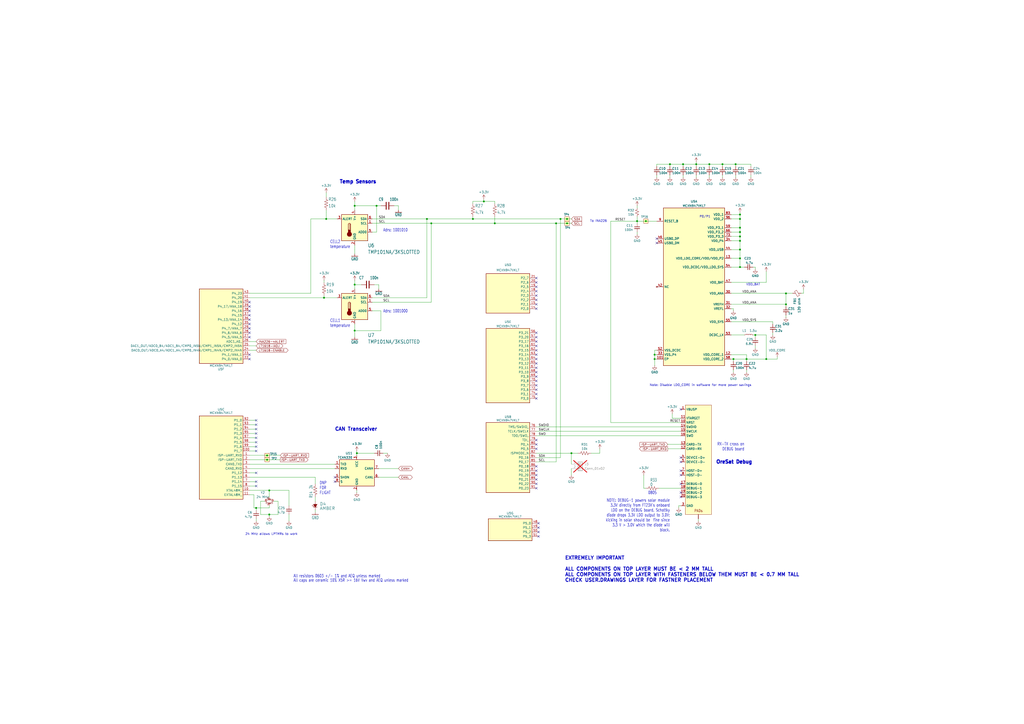
<source format=kicad_sch>
(kicad_sch (version 20250114) (generator "eeschema") (generator_version "9.0")
  (paper "A2")
  (text "OreSat Debug" (at 415.29 269.24 0) (effects (font (size 2 2) (thickness 0.6477) (bold yes)) (justify left bottom)))
  (text "0805" (at 375.92 287.02 0) (effects (font (size 1.778 1.27)) (justify left bottom)))
  (text "RX-TX cross on\nDEBUG board" (at 431.8 261.62 0) (effects (font (size 1.778 1.27)) (justify right bottom)))
  (text "CELL2\ntemperature" (at 191.516 144.272 0) (effects (font (size 1.778 1.27)) (justify left bottom)))
  (text "Adrs: 1001010" (at 222.25 134.62 0) (effects (font (size 1.778 1.27)) (justify left bottom)))
  (text "Note: Disable LDO_CORE in software for more power savings" (at 406.4 223.52 0) (effects (font (size 1.27 1.27))))
  (text "All resistors 0603 +/- 1% and AEQ unless marked" (at 170.18 335.28 0) (effects (font (size 1.778 1.27)) (justify left bottom)))
  (text " To INA226" (at 346.71 128.27 0) (effects (font (size 1.27 1.27))))
  (text "DNP\nFOR\nFLIGHT" (at 185.42 287.02 0) (effects (font (size 1.778 1.27)) (justify left bottom)))
  (text "VDD_BAT" (at 436.88 165.1 0) (effects (font (size 1.27 1.27))))
  (text "CAN Transceiver" (at 218.948 250.19 0) (effects (font (size 2 2) (thickness 0.4318) (bold yes)) (justify right bottom)))
  (text "All caps are ceramic 10% X5R >= 16V Vwv and AEQ unless marked" (at 170.18 337.82 0) (effects (font (size 1.778 1.27)) (justify left bottom)))
  (text "24 MHz allows LPTMRs to work" (at 157.48 309.88 0) (effects (font (size 1.27 1.27))))
  (text "NOTE: DEBUG-1 powers solar module\n3.3V directly from FT23X's onboard\nLDO on the DEBUG board. Schottky\ndiode drops 3.3V LDO output to 3.0V;\nkicking in solar should be  fine since\n3.3 V > 3.0V which the diode will\nblock." (at 388.62 308.61 0) (effects (font (size 1.778 1.27)) (justify right bottom)))
  (text "CELL1\ntemperature" (at 191.516 189.992 0) (effects (font (size 1.778 1.27)) (justify left bottom)))
  (text "P0/P1" (at 408.94 125.73 0) (effects (font (size 1.27 1.27))))
  (text "Temp Sensors" (at 196.85 106.68 0) (effects (font (size 2 2) (thickness 0.6477) (bold yes)) (justify left bottom)))
  (text "EXTREMELY IMPORTANT\n\nALL COMPONENTS ON TOP LAYER MUST BE < 2 MM TALL\nALL COMPONENTS ON TOP LAYER WITH FASTENERS BELOW THEM MUST BE < 0.7 MM TALL\nCHECK USER.DRAWINGS LAYER FOR FASTNER PLACEMENT\n" (at 327.66 337.82 0) (effects (font (size 2 2) (thickness 0.4) (bold yes)) (justify left bottom)))
  (text "Adrs: 1001000" (at 222.25 181.61 0) (effects (font (size 1.778 1.27)) (justify left bottom)))
  (junction (at 429.26 132.08))
  (junction (at 218.44 119.38))
  (junction (at 455.93 176.53))
  (junction (at 250.19 129.54))
  (junction (at 331.47 262.89))
  (junction (at 379.73 205.74))
  (junction (at 205.74 165.1))
  (junction (at 429.26 134.62))
  (junction (at 205.74 119.38))
  (junction (at 433.07 208.28))
  (junction (at 429.26 154.94))
  (junction (at 429.26 139.7))
  (junction (at 328.93 129.54))
  (junction (at 455.93 170.18))
  (junction (at 287.02 129.54))
  (junction (at 429.26 137.16))
  (junction (at 247.65 127))
  (junction (at 444.5 208.28))
  (junction (at 187.96 172.72))
  (junction (at 207.01 262.89))
  (junction (at 205.74 191.77))
  (junction (at 154.94 264.16))
  (junction (at 429.26 127))
  (junction (at 429.26 124.46))
  (junction (at 328.93 127))
  (junction (at 429.26 144.78))
  (junction (at 148.59 294.64))
  (junction (at 280.67 116.84))
  (junction (at 396.24 95.25))
  (junction (at 419.1 95.25))
  (junction (at 388.62 95.25))
  (junction (at 426.72 95.25))
  (junction (at 374.65 128.27))
  (junction (at 156.21 298.45))
  (junction (at 411.48 95.25))
  (junction (at 325.12 127))
  (junction (at 438.15 194.31))
  (junction (at 274.32 127))
  (junction (at 429.26 149.86))
  (junction (at 379.73 208.28))
  (junction (at 189.23 127))
  (junction (at 425.45 208.28))
  (junction (at 154.94 266.7))
  (junction (at 156.21 284.48))
  (junction (at 369.57 128.27))
  (junction (at 322.58 129.54))
  (junction (at 403.86 95.25))
  (no_connect (at 311.15 270.51))
  (no_connect (at 311.15 260.35))
  (no_connect (at 311.15 163.83))
  (no_connect (at 394.97 288.29))
  (no_connect (at 148.59 261.62))
  (no_connect (at 311.15 171.45))
  (no_connect (at 311.15 161.29))
  (no_connect (at 144.78 177.8))
  (no_connect (at 381 138.43))
  (no_connect (at 148.59 281.94))
  (no_connect (at 394.97 267.97))
  (no_connect (at 394.97 273.05))
  (no_connect (at 311.15 176.53))
  (no_connect (at 394.97 285.75))
  (no_connect (at 312.42 303.53))
  (no_connect (at 144.78 185.42))
  (no_connect (at 311.15 218.44))
  (no_connect (at 194.31 276.86))
  (no_connect (at 144.78 175.26))
  (no_connect (at 312.42 311.15))
  (no_connect (at 311.15 231.14))
  (no_connect (at 311.15 228.6))
  (no_connect (at 311.15 278.13))
  (no_connect (at 311.15 273.05))
  (no_connect (at 311.15 173.99))
  (no_connect (at 311.15 198.12))
  (no_connect (at 394.97 237.49))
  (no_connect (at 311.15 208.28))
  (no_connect (at 311.15 257.81))
  (no_connect (at 311.15 223.52))
  (no_connect (at 144.78 187.96))
  (no_connect (at 311.15 283.21))
  (no_connect (at 311.15 255.27))
  (no_connect (at 381 140.97))
  (no_connect (at 144.78 190.5))
  (no_connect (at 311.15 226.06))
  (no_connect (at 144.78 195.58))
  (no_connect (at 148.59 243.84))
  (no_connect (at 311.15 195.58))
  (no_connect (at 311.15 205.74))
  (no_connect (at 194.31 279.4))
  (no_connect (at 311.15 215.9))
  (no_connect (at 148.59 248.92))
  (no_connect (at 144.78 205.74))
  (no_connect (at 148.59 256.54))
  (no_connect (at 148.59 259.08))
  (no_connect (at 394.97 275.59))
  (no_connect (at 311.15 275.59))
  (no_connect (at 311.15 193.04))
  (no_connect (at 148.59 254))
  (no_connect (at 312.42 308.61))
  (no_connect (at 311.15 213.36))
  (no_connect (at 311.15 220.98))
  (no_connect (at 148.59 251.46))
  (no_connect (at 311.15 210.82))
  (no_connect (at 311.15 166.37))
  (no_connect (at 144.78 208.28))
  (no_connect (at 148.59 246.38))
  (no_connect (at 148.59 279.4))
  (no_connect (at 311.15 200.66))
  (no_connect (at 311.15 203.2))
  (no_connect (at 311.15 179.07))
  (no_connect (at 394.97 280.67))
  (no_connect (at 311.15 168.91))
  (no_connect (at 311.15 280.67))
  (no_connect (at 394.97 265.43))
  (no_connect (at 148.59 274.32))
  (no_connect (at 144.78 182.88))
  (no_connect (at 144.78 193.04))
  (no_connect (at 312.42 306.07))
  (no_connect (at 144.78 180.34))
  (wire (pts (xy 429.26 132.08) (xy 429.26 134.62)))
  (wire (pts (xy 189.23 127) (xy 195.58 127)) (stroke (width 0.1524)))
  (wire (pts (xy 144.78 256.54) (xy 148.59 256.54)))
  (wire (pts (xy 182.88 288.29) (xy 182.88 290.83)) (stroke (width 0.1524)))
  (wire (pts (xy 194.31 269.24) (xy 144.78 269.24)))
  (wire (pts (xy 411.48 101.6) (xy 411.48 102.87)))
  (wire (pts (xy 444.5 194.31) (xy 444.5 208.28)))
  (wire (pts (xy 311.15 267.97) (xy 318.77 267.97)))
  (wire (pts (xy 331.47 262.89) (xy 331.47 269.24)))
  (wire (pts (xy 438.15 156.21) (xy 438.15 154.94)))
  (wire (pts (xy 382.27 283.21) (xy 394.97 283.21)))
  (wire (pts (xy 154.94 266.7) (xy 162.56 266.7)))
  (wire (pts (xy 438.15 194.31) (xy 444.5 194.31)))
  (wire (pts (xy 448.31 193.04) (xy 448.31 194.31)))
  (wire (pts (xy 429.26 127) (xy 429.26 132.08)))
  (wire (pts (xy 388.62 95.25) (xy 396.24 95.25)))
  (wire (pts (xy 459.74 170.18) (xy 455.93 170.18)))
  (wire (pts (xy 205.74 165.1) (xy 205.74 167.64)) (stroke (width 0.1524)))
  (wire (pts (xy 218.44 134.62) (xy 218.44 119.38)) (stroke (width 0.1524)))
  (wire (pts (xy 147.32 287.02) (xy 144.78 287.02)))
  (wire (pts (xy 429.26 144.78) (xy 429.26 149.86)))
  (wire (pts (xy 405.13 302.26) (xy 405.13 300.99)))
  (wire (pts (xy 287.02 118.11) (xy 287.02 116.84)))
  (wire (pts (xy 419.1 95.25) (xy 419.1 96.52)))
  (wire (pts (xy 455.93 170.18) (xy 455.93 176.53)))
  (wire (pts (xy 429.26 123.19) (xy 429.26 124.46)))
  (wire (pts (xy 328.93 129.54) (xy 331.47 129.54)) (stroke (width 0.1524)))
  (wire (pts (xy 311.15 250.19) (xy 394.97 250.19)))
  (wire (pts (xy 215.9 134.62) (xy 218.44 134.62)) (stroke (width 0.1524)))
  (wire (pts (xy 328.93 127) (xy 331.47 127)) (stroke (width 0.1524)))
  (wire (pts (xy 205.74 116.84) (xy 205.74 119.38)) (stroke (width 0.1524)))
  (wire (pts (xy 144.78 281.94) (xy 148.59 281.94)))
  (wire (pts (xy 205.74 144.78) (xy 205.74 147.32)))
  (wire (pts (xy 369.57 125.73) (xy 369.57 128.27)))
  (wire (pts (xy 393.7 293.37) (xy 393.7 294.64)))
  (wire (pts (xy 369.57 134.62) (xy 369.57 135.89)))
  (wire (pts (xy 419.1 101.6) (xy 419.1 102.87)))
  (wire (pts (xy 369.57 128.27) (xy 369.57 129.54)))
  (wire (pts (xy 424.18 208.28) (xy 425.45 208.28)))
  (wire (pts (xy 396.24 95.25) (xy 396.24 96.52)))
  (wire (pts (xy 144.78 248.92) (xy 148.59 248.92)))
  (wire (pts (xy 205.74 162.56) (xy 205.74 165.1)) (stroke (width 0.1524)))
  (wire (pts (xy 369.57 119.38) (xy 369.57 120.65)))
  (wire (pts (xy 429.26 134.62) (xy 424.18 134.62)))
  (wire (pts (xy 381 101.6) (xy 381 102.87)))
  (wire (pts (xy 219.71 276.86) (xy 231.14 276.86)))
  (wire (pts (xy 219.71 165.1) (xy 219.71 167.64)) (stroke (width 0.1524)))
  (wire (pts (xy 153.67 290.83) (xy 151.13 290.83)))
  (wire (pts (xy 424.18 154.94) (xy 429.26 154.94)))
  (wire (pts (xy 429.26 127) (xy 424.18 127)))
  (wire (pts (xy 151.13 290.83) (xy 151.13 298.45)))
  (wire (pts (xy 425.45 179.07) (xy 425.45 180.34)))
  (wire (pts (xy 381 95.25) (xy 381 96.52)))
  (wire (pts (xy 215.9 127) (xy 247.65 127)) (stroke (width 0.1524)))
  (wire (pts (xy 207.01 262.89) (xy 207.01 264.16)))
  (wire (pts (xy 444.5 208.28) (xy 433.07 208.28)))
  (wire (pts (xy 411.48 95.25) (xy 419.1 95.25)))
  (wire (pts (xy 388.62 95.25) (xy 388.62 96.52)))
  (wire (pts (xy 194.31 271.78) (xy 144.78 271.78)))
  (wire (pts (xy 274.32 125.73) (xy 274.32 127)))
  (wire (pts (xy 425.45 214.63) (xy 425.45 215.9)))
  (wire (pts (xy 424.18 163.83) (xy 444.5 163.83)))
  (wire (pts (xy 154.94 264.16) (xy 162.56 264.16)))
  (wire (pts (xy 433.07 214.63) (xy 433.07 215.9)))
  (wire (pts (xy 189.23 111.76) (xy 189.23 114.3)))
  (wire (pts (xy 450.85 208.28) (xy 444.5 208.28)))
  (wire (pts (xy 429.26 139.7) (xy 429.26 137.16)))
  (wire (pts (xy 429.26 137.16) (xy 429.26 134.62)))
  (wire (pts (xy 207.01 284.48) (xy 207.01 285.75)))
  (wire (pts (xy 381 95.25) (xy 388.62 95.25)))
  (wire (pts (xy 438.15 195.58) (xy 438.15 194.31)))
  (wire (pts (xy 431.8 194.31) (xy 424.18 194.31)))
  (wire (pts (xy 187.96 171.45) (xy 187.96 172.72)))
  (wire (pts (xy 429.26 124.46) (xy 424.18 124.46)))
  (wire (pts (xy 182.88 276.86) (xy 182.88 280.67)))
  (wire (pts (xy 167.64 298.45) (xy 167.64 302.26)))
  (wire (pts (xy 287.02 116.84) (xy 280.67 116.84)))
  (wire (pts (xy 425.45 208.28) (xy 433.07 208.28)))
  (wire (pts (xy 187.96 162.56) (xy 187.96 163.83)))
  (wire (pts (xy 394.97 293.37) (xy 393.7 293.37)))
  (wire (pts (xy 369.57 128.27) (xy 374.65 128.27)))
  (wire (pts (xy 311.15 262.89) (xy 331.47 262.89)))
  (wire (pts (xy 325.12 127) (xy 328.93 127)) (stroke (width 0.1524)))
  (wire (pts (xy 167.64 284.48) (xy 167.64 293.37)))
  (wire (pts (xy 426.72 95.25) (xy 426.72 96.52)))
  (wire (pts (xy 450.85 207.01) (xy 450.85 208.28)))
  (wire (pts (xy 144.78 261.62) (xy 148.59 261.62)))
  (wire (pts (xy 156.21 298.45) (xy 156.21 299.72)))
  (wire (pts (xy 438.15 154.94) (xy 436.88 154.94)))
  (wire (pts (xy 220.98 180.34) (xy 220.98 191.77)) (stroke (width 0.1524)))
  (wire (pts (xy 354.33 245.11) (xy 394.97 245.11)))
  (wire (pts (xy 205.74 144.78) (xy 205.74 142.24)) (stroke (width 0.1524)))
  (wire (pts (xy 322.58 129.54) (xy 328.93 129.54)) (stroke (width 0.1524)))
  (wire (pts (xy 429.26 144.78) (xy 424.18 144.78)))
  (wire (pts (xy 274.32 127) (xy 325.12 127)) (stroke (width 0.1524)))
  (wire (pts (xy 247.65 172.72) (xy 247.65 127)) (stroke (width 0.1524)))
  (wire (pts (xy 388.62 101.6) (xy 388.62 102.87)))
  (wire (pts (xy 148.59 294.64) (xy 147.32 294.64)))
  (wire (pts (xy 144.78 200.66) (xy 148.59 200.66)))
  (wire (pts (xy 411.48 95.25) (xy 411.48 96.52)))
  (wire (pts (xy 379.73 208.28) (xy 379.73 212.09)))
  (wire (pts (xy 466.09 170.18) (xy 464.82 170.18)))
  (wire (pts (xy 287.02 125.73) (xy 287.02 129.54)))
  (wire (pts (xy 424.18 132.08) (xy 429.26 132.08)))
  (wire (pts (xy 151.13 298.45) (xy 156.21 298.45)))
  (wire (pts (xy 429.26 149.86) (xy 429.26 154.94)))
  (wire (pts (xy 167.64 284.48) (xy 156.21 284.48)))
  (wire (pts (xy 379.73 208.28) (xy 381 208.28)))
  (wire (pts (xy 144.78 243.84) (xy 148.59 243.84)))
  (wire (pts (xy 189.23 123.19) (xy 189.23 127)) (stroke (width 0.1524)))
  (wire (pts (xy 311.15 247.65) (xy 394.97 247.65)))
  (wire (pts (xy 424.18 176.53) (xy 455.93 176.53)))
  (wire (pts (xy 144.78 198.12) (xy 148.59 198.12)))
  (wire (pts (xy 205.74 193.04) (xy 205.74 195.58)))
  (wire (pts (xy 287.02 129.54) (xy 322.58 129.54)) (stroke (width 0.1524)))
  (wire (pts (xy 144.78 264.16) (xy 154.94 264.16)))
  (wire (pts (xy 396.24 95.25) (xy 403.86 95.25)))
  (wire (pts (xy 215.9 172.72) (xy 247.65 172.72)) (stroke (width 0.1524)))
  (wire (pts (xy 438.15 194.31) (xy 436.88 194.31)))
  (wire (pts (xy 154.94 266.7) (xy 144.78 266.7)))
  (wire (pts (xy 148.59 300.99) (xy 148.59 302.26)))
  (wire (pts (xy 218.44 119.38) (xy 220.98 119.38)) (stroke (width 0.1524)))
  (wire (pts (xy 426.72 101.6) (xy 426.72 102.87)))
  (wire (pts (xy 156.21 288.29) (xy 156.21 284.48)))
  (wire (pts (xy 228.6 119.38) (xy 231.14 119.38)) (stroke (width 0.1524)))
  (wire (pts (xy 311.15 252.73) (xy 394.97 252.73)))
  (wire (pts (xy 274.32 118.11) (xy 274.32 116.84)))
  (wire (pts (xy 161.29 290.83) (xy 161.29 298.45)))
  (wire (pts (xy 144.78 276.86) (xy 182.88 276.86)))
  (wire (pts (xy 424.18 186.69) (xy 448.31 186.69)))
  (wire (pts (xy 347.98 260.35) (xy 347.98 262.89)))
  (wire (pts (xy 354.33 128.27) (xy 369.57 128.27)))
  (wire (pts (xy 455.93 176.53) (xy 455.93 177.8)))
  (wire (pts (xy 205.74 119.38) (xy 205.74 121.92)) (stroke (width 0.1524)))
  (wire (pts (xy 419.1 95.25) (xy 426.72 95.25)))
  (wire (pts (xy 220.98 191.77) (xy 205.74 191.77)) (stroke (width 0.1524)))
  (wire (pts (xy 354.33 128.27) (xy 354.33 245.11)))
  (wire (pts (xy 394.97 257.81) (xy 387.35 257.81)))
  (wire (pts (xy 322.58 129.54) (xy 322.58 267.97)) (stroke (width 0.1524)))
  (wire (pts (xy 381 205.74) (xy 379.73 205.74)))
  (wire (pts (xy 182.88 295.91) (xy 182.88 297.18)))
  (wire (pts (xy 156.21 294.64) (xy 148.59 294.64)))
  (wire (pts (xy 325.12 127) (xy 325.12 265.43)) (stroke (width 0.1524)))
  (wire (pts (xy 250.19 129.54) (xy 287.02 129.54)) (stroke (width 0.1524)))
  (wire (pts (xy 429.26 154.94) (xy 431.8 154.94)))
  (wire (pts (xy 424.18 179.07) (xy 425.45 179.07)))
  (wire (pts (xy 180.34 170.18) (xy 144.78 170.18)) (stroke (width 0.1524)))
  (wire (pts (xy 189.23 121.92) (xy 189.23 123.19)))
  (wire (pts (xy 148.59 295.91) (xy 148.59 294.64)))
  (wire (pts (xy 222.25 262.89) (xy 224.79 262.89)))
  (wire (pts (xy 144.78 251.46) (xy 148.59 251.46)))
  (wire (pts (xy 180.34 127) (xy 180.34 170.18)) (stroke (width 0.1524)))
  (wire (pts (xy 205.74 191.77) (xy 205.74 187.96)) (stroke (width 0.1524)))
  (wire (pts (xy 207.01 262.89) (xy 217.17 262.89)))
  (wire (pts (xy 403.86 95.25) (xy 403.86 96.52)))
  (wire (pts (xy 156.21 284.48) (xy 144.78 284.48)))
  (wire (pts (xy 429.26 139.7) (xy 429.26 144.78)))
  (wire (pts (xy 381 203.2) (xy 379.73 203.2)))
  (wire (pts (xy 144.78 203.2) (xy 148.59 203.2)))
  (wire (pts (xy 394.97 260.35) (xy 387.35 260.35)))
  (wire (pts (xy 448.31 186.69) (xy 448.31 187.96)))
  (wire (pts (xy 429.26 139.7) (xy 424.18 139.7)))
  (wire (pts (xy 425.45 208.28) (xy 425.45 209.55)))
  (wire (pts (xy 215.9 129.54) (xy 250.19 129.54)) (stroke (width 0.1524)))
  (wire (pts (xy 433.07 208.28) (xy 433.07 209.55)))
  (wire (pts (xy 161.29 298.45) (xy 156.21 298.45)))
  (wire (pts (xy 205.74 193.04) (xy 205.74 191.77)) (stroke (width 0.1524)))
  (wire (pts (xy 403.86 93.98) (xy 403.86 95.25)))
  (wire (pts (xy 331.47 262.89) (xy 335.28 262.89)))
  (wire (pts (xy 403.86 95.25) (xy 411.48 95.25)))
  (wire (pts (xy 158.75 290.83) (xy 161.29 290.83)))
  (wire (pts (xy 342.9 262.89) (xy 347.98 262.89)))
  (wire (pts (xy 247.65 127) (xy 274.32 127)) (stroke (width 0.1524)))
  (wire (pts (xy 435.61 95.25) (xy 426.72 95.25)))
  (wire (pts (xy 231.14 119.38) (xy 231.14 121.92)))
  (wire (pts (xy 144.78 246.38) (xy 148.59 246.38)))
  (wire (pts (xy 325.12 265.43) (xy 318.77 265.43)) (stroke (width 0.1524)))
  (wire (pts (xy 187.96 172.72) (xy 195.58 172.72)) (stroke (width 0.1524)))
  (wire (pts (xy 207.01 261.62) (xy 207.01 262.89)))
  (wire (pts (xy 311.15 265.43) (xy 318.77 265.43)))
  (wire (pts (xy 217.17 165.1) (xy 219.71 165.1)) (stroke (width 0.1524)))
  (wire (pts (xy 438.15 200.66) (xy 438.15 201.93)))
  (wire (pts (xy 144.78 279.4) (xy 148.59 279.4)))
  (wire (pts (xy 205.74 165.1) (xy 209.55 165.1)) (stroke (width 0.1524)))
  (wire (pts (xy 280.67 116.84) (xy 280.67 115.57)))
  (wire (pts (xy 331.47 271.78) (xy 331.47 275.59)))
  (wire (pts (xy 455.93 184.15) (xy 455.93 182.88)))
  (wire (pts (xy 274.32 116.84) (xy 280.67 116.84)))
  (wire (pts (xy 144.78 259.08) (xy 148.59 259.08)))
  (wire (pts (xy 144.78 274.32) (xy 148.59 274.32)))
  (wire (pts (xy 444.5 157.48) (xy 444.5 163.83)))
  (wire (pts (xy 215.9 175.26) (xy 250.19 175.26)) (stroke (width 0.1524)))
  (wire (pts (xy 394.97 242.57) (xy 389.89 242.57)))
  (wire (pts (xy 424.18 170.18) (xy 455.93 170.18)))
  (wire (pts (xy 379.73 203.2) (xy 379.73 205.74)))
  (wire (pts (xy 435.61 96.52) (xy 435.61 95.25)))
  (wire (pts (xy 389.89 242.57) (xy 389.89 240.03)))
  (wire (pts (xy 373.38 275.59) (xy 373.38 283.21)))
  (wire (pts (xy 215.9 180.34) (xy 220.98 180.34)) (stroke (width 0.1524)))
  (wire (pts (xy 403.86 101.6) (xy 403.86 102.87)))
  (wire (pts (xy 144.78 172.72) (xy 187.96 172.72)))
  (wire (pts (xy 147.32 294.64) (xy 147.32 287.02)))
  (wire (pts (xy 433.07 208.28) (xy 433.07 205.74)))
  (wire (pts (xy 219.71 271.78) (xy 231.14 271.78)))
  (wire (pts (xy 250.19 175.26) (xy 250.19 129.54)) (stroke (width 0.1524)))
  (wire (pts (xy 429.26 137.16) (xy 424.18 137.16)))
  (wire (pts (xy 429.26 127) (xy 429.26 124.46)))
  (wire (pts (xy 156.21 293.37) (xy 156.21 294.64)))
  (wire (pts (xy 433.07 205.74) (xy 424.18 205.74)))
  (wire (pts (xy 396.24 101.6) (xy 396.24 102.87)))
  (wire (pts (xy 374.65 283.21) (xy 373.38 283.21)) (stroke (width 0.1524)))
  (wire (pts (xy 424.18 149.86) (xy 429.26 149.86)))
  (wire (pts (xy 144.78 254) (xy 148.59 254)))
  (wire (pts (xy 435.61 101.6) (xy 435.61 102.87)))
  (wire (pts (xy 379.73 205.74) (xy 379.73 208.28)))
  (wire (pts (xy 322.58 267.97) (xy 318.77 267.97)) (stroke (width 0.1524)))
  (wire (pts (xy 205.74 119.38) (xy 218.44 119.38)) (stroke (width 0.1524)))
  (wire (pts (xy 374.65 128.27) (xy 381 128.27)))
  (wire (pts (xy 180.34 127) (xy 189.23 127)) (stroke (width 0.1524)))
  (wire (pts (xy 466.09 170.18) (xy 466.09 167.64)))
  (label "SCL" (at 222.25 175.26 0))
  (label "SDA" (at 219.71 127 0))
  (label "VDD_ANA" (at 430.53 176.53 0))
  (label "SCL" (at 312.42 267.97 0))
  (label "VDD_SYS" (at 430.53 186.69 0))
  (label "SWDIO" (at 312.42 247.65 0))
  (label "SWCLK" (at 312.42 250.19 0))
  (label "SWO" (at 312.42 252.73 0))
  (label "VDD_ANA" (at 430.53 170.18 0))
  (label "SDA" (at 222.25 172.72 0))
  (label "SCL" (at 219.71 129.54 0))
  (label "SDA" (at 312.42 265.43 0))
  (label "RESET" (at 356.87 128.27 0))
  (label "RESET" (at 388.62 245.11 0))
  (global_label "ISP-UART_TXD" (shape input) (at 387.35 257.81 180) (property "Intersheetrefs" "${INTERSHEET_REFS}" (at 370.6367 257.81 0) (effects (justify right))))
  (global_label "ISP-UART_RXD" (shape output) (at 387.35 260.35 180) (property "Intersheetrefs" "${INTERSHEET_REFS}" (at 370.3343 260.35 0) (effects (justify right))))
  (global_label "LT1618-ENABLE" (shape bidirectional) (at 148.59 203.2 0) (effects (font (size 1.2446 1.2446))) (property "Intersheetrefs" "${INTERSHEET_REFS}" (at 167.6393 203.2 0) (effects (justify left))))
  (global_label "SDA" (shape input) (at 331.47 127 0) (property "Intersheetrefs" "${INTERSHEET_REFS}" (at 338.0233 127 0) (effects (justify left))))
  (global_label "CANL" (shape bidirectional) (at 231.14 276.86 0) (effects (font (size 1.2446 1.2446))) (property "Intersheetrefs" "${INTERSHEET_REFS}" (at 239.6992 276.86 0) (effects (justify left))))
  (global_label "SCL" (shape input) (at 331.47 129.54 0) (property "Intersheetrefs" "${INTERSHEET_REFS}" (at 337.9628 129.54 0) (effects (justify left))))
  (global_label "ISP-UART_TXD" (shape output) (at 162.56 266.7 0) (property "Intersheetrefs" "${INTERSHEET_REFS}" (at 179.2733 266.7 0) (effects (justify left))))
  (global_label "INA226-nALERT" (shape input) (at 148.59 198.12 0) (property "Intersheetrefs" "${INTERSHEET_REFS}" (at 166.4523 198.12 0) (effects (justify left))))
  (global_label "CANH" (shape bidirectional) (at 231.14 271.78 0) (effects (font (size 1.2446 1.2446))) (property "Intersheetrefs" "${INTERSHEET_REFS}" (at 239.9956 271.78 0) (effects (justify left))))
  (global_label "ISP-UART_RXD" (shape input) (at 162.56 264.16 0) (property "Intersheetrefs" "${INTERSHEET_REFS}" (at 179.5757 264.16 0) (effects (justify left))))
  (global_label "LT1618-IADJ" (shape bidirectional) (at 148.59 200.66 0) (effects (font (size 1.2446 1.2446))) (property "Intersheetrefs" "${INTERSHEET_REFS}" (at 164.6167 200.66 0) (effects (justify left))))
  (symbol (lib_id "Interface_CAN_LIN:TCAN330") (at 207.01 274.32 0) (unit 1)
    (property "Reference" "U11" (at 204.47 262.89 0) (effects (justify right)))
    (property "Value" "TCAN330" (at 204.47 265.43 0) (effects (justify right)))
    (property "Footprint" "Package_TO_SOT_SMD:SOT-23-8" (effects (hide yes)))
    (property "Datasheet" "http://www.ti.com/lit/ds/symlink/tcan337.pdf" (effects (hide yes)))
    (property "Description" "High-Speed CAN Transceiver, 1Mbps, 3.3V supply, silent mode, shutdown mode, SOT-23-8/SOIC-8" (effects (hide yes)))
    (property "MFR" "Texas Instruments" (effects (hide yes)))
    (property "MPN" "TCAN330DCNR" (effects (hide yes)))
    (property "DIS" "DigiKey" (effects (hide yes)))
    (property "DPN" "296-46215-1-ND" (effects (hide yes)))
  )
  (symbol (lib_id "Device:R_US") (at 339.09 262.89 90) (unit 1)
    (property "Reference" "R31" (at 339.09 257.8565 90))
    (property "Value" "10k" (at 339.09 260.2808 90))
    (property "Footprint" "oresat-passives:0603-C-NOSILK" (effects (hide yes)))
    (property "Datasheet" "https://www.seielect.com/catalog/sei-rmcf_rmcp.pdf" (effects (hide yes)))
    (property "Description" "10 kOhms ±1% 0.1W, 1/10W Chip Resistor 0603 (1608 Metric) Automotive AEC-Q200 Thick Film" (effects (hide yes)))
    (property "DIS" "DigiKey" (effects (hide yes)))
    (property "DPN" "RMCF0603FT10K0CT-ND" (effects (hide yes)))
    (property "MFR" "Stackpole Electronics Inc" (effects (hide yes)))
    (property "MPN" "RMCF0603FT10K0" (effects (hide yes)))
  )
  (symbol (lib_id "power:GND") (at 156.21 299.72 0) (mirror y) (unit 1)
    (property "Reference" "#PWR041" (effects (hide yes)))
    (property "Value" "GND" (at 156.21 303.53 0))
    (property "Description" "Power symbol creates a global label with name \"GND\" , ground" (effects (hide yes)))
  )
  (symbol (lib_id "Device:R_US") (at 287.02 121.92 180) (unit 1)
    (property "Reference" "R28" (at 288.29 119.38 0) (effects (font (size 1.778 1.5113)) (justify right)))
    (property "Value" "4.7k" (at 288.29 123.19 0) (effects (font (size 1.778 1.5113)) (justify right)))
    (property "Footprint" "oresat-passives:0603-C-NOSILK" (effects (hide yes)))
    (property "Datasheet" "https://www.seielect.com/catalog/sei-rmcf_rmcp.pdf" (effects (hide yes)))
    (property "Description" "4.7 kOhms ±1% 0.1W, 1/10W Chip Resistor 0603 (1608 Metric) Automotive AEC-Q200 Thick Film" (effects (hide yes)))
    (property "DIS" "DIgiKey" (effects (hide yes)))
    (property "DPN" "RMCF0603FT4K70CT-ND" (effects (hide yes)))
    (property "MFR" "Stackpole Electronics Inc" (effects (hide yes)))
    (property "MPN" "RMCF0603FT4K70" (effects (hide yes)))
  )
  (symbol (lib_id "Device:C_Small") (at 403.86 99.06 0) (unit 1)
    (property "Reference" "C13" (at 405.13 97.79 0) (effects (justify left)))
    (property "Value" "100n" (at 405.13 100.33 0) (effects (justify left)))
    (property "Footprint" "oresat-passives:0603-C-NOSILK" (effects (hide yes)))
    (property "Datasheet" "https://mm.digikey.com/Volume0/opasdata/d220001/medias/docus/1068/TMK107BJ104KAHT_SS.pdf" (effects (hide yes)))
    (property "Description" "100 nF (0.1µF) ±10% 25V Ceramic Capacitor X5R 0603 (1608 Metric)" (effects (hide yes)))
    (property "MFR" "Taiyo Yuden" (effects (hide yes)))
    (property "MPN" "TMK107BJ104KAHT" (effects (hide yes)))
    (property "DIS" "DigiKey" (effects (hide yes)))
    (property "DPN" "587-3472-1-ND" (effects (hide yes)))
  )
  (symbol (lib_id "Device:C_Small") (at 455.93 180.34 0) (unit 1)
    (property "Reference" "C31" (at 457.2 179.07 0) (effects (justify left)))
    (property "Value" "1u" (at 457.2 181.61 0) (effects (justify left)))
    (property "Footprint" "oresat-passives:0603-C-NOSILK" (effects (hide yes)))
    (property "Datasheet" "https://mm.digikey.com/Volume0/opasdata/d220001/medias/docus/1801/TMK107BJ105KAHT_SS.pdf" (effects (hide yes)))
    (property "Description" "1µF ±10% 25V Ceramic Capacitor X5R 0603 (1608 Metric)" (effects (hide yes)))
    (property "MFR" "Taiyo Yuden" (effects (hide yes)))
    (property "MPN" "TMK107BJ105KAHT" (effects (hide yes)))
    (property "DIS" "DigiKey" (effects (hide yes)))
    (property "DPN" "587-3473-1-ND" (effects (hide yes)))
  )
  (symbol (lib_id "oresat-ics:MCXN947VKLT") (at 128.27 189.23 180) (unit 6)
    (property "Reference" "U5" (at 128.27 214.122 0))
    (property "Value" "MCXN947VKLT" (at 128.27 212.09 0))
    (property "Footprint" "oresat-ics:MCXN947KVLT-QFP50P1600X1600X160-101N" (effects (hide yes)))
    (property "Datasheet" "https://www.nxp.com/docs/en/data-sheet/MCXNx4xDS.pdf" (effects (hide yes)))
    (property "Description" "ARM Microcontrollers - MCU MCXN10, 100HLQFP (also MCXN947VNLT)" (effects (hide yes)))
    (property "MFR" "NXP" (effects (hide yes)))
    (property "MPN" "MCXN947VKLT" (effects (hide yes)))
    (property "DIS" "Mouser" (effects (hide yes)))
    (property "DPN" "771-MCXN947VKLT" (effects (hide yes)))
    (pin "77" (alternate "TCLK/SWCLK"))
    (pin "79" (alternate "TDI "))
    (pin "76" (alternate "TMS/SWDIO "))
    (pin "78" (alternate "TDO/SWO "))
    (pin "82" (alternate "ISPMODE_N"))
    (pin "25" (alternate "DAC1_OUT/ADC0_B4/ADC1_B4/CMP0_IN5N/CMP1_IN5N/CMP2_IN5N"))
    (pin "26" (alternate "ADC1_A0 "))
    (pin "24" (alternate "DAC0_OUT/ADC0_A4/ADC1_A4/CMP0_IN4N/CMP1_IN4N/CMP2_IN4N"))
  )
  (symbol (lib_id "oresat-ics:MCXN947VKLT") (at 128.27 265.43 0) (mirror y) (unit 3)
    (property "Reference" "U5" (at 128.27 237.49 0))
    (property "Value" "MCXN947VKLT" (at 128.27 239.522 0))
    (property "Footprint" "oresat-ics:MCXN947KVLT-QFP50P1600X1600X160-101N" (effects (hide yes)))
    (property "Datasheet" "https://www.nxp.com/docs/en/data-sheet/MCXNx4xDS.pdf" (effects (hide yes)))
    (property "Description" "ARM Microcontrollers - MCU MCXN10, 100HLQFP (also MCXN947VNLT)" (effects (hide yes)))
    (property "MFR" "NXP" (effects (hide yes)))
    (property "MPN" "MCXN947VKLT" (effects (hide yes)))
    (property "DIS" "Mouser" (effects (hide yes)))
    (property "DPN" "771-MCXN947VKLT" (effects (hide yes)))
    (pin "77" (alternate "TCLK/SWCLK"))
    (pin "79" (alternate "TDI "))
    (pin "76" (alternate "TMS/SWDIO "))
    (pin "78" (alternate "TDO/SWO "))
    (pin "82" (alternate "ISPMODE_N"))
    (pin "10" (alternate "XTAL48M "))
    (pin "1" (alternate "ISP-UART_RXD"))
    (pin "3" (alternate "CAN0_TXD"))
    (pin "2" (alternate "ISP-UART_TXD"))
    (pin "4" (alternate "CAN0_RXD"))
    (pin "11" (alternate "EXTAL48M "))
    (pin "25" (alternate "DAC1_OUT/ADC0_B4/ADC1_B4/CMP0_IN5N/CMP1_IN5N/CMP2_IN5N"))
    (pin "26" (alternate "ADC1_A0 "))
    (pin "24" (alternate "DAC0_OUT/ADC0_A4/ADC1_A4/CMP0_IN4N/CMP1_IN4N/CMP2_IN4N"))
  )
  (symbol (lib_id "power:GND") (at 369.57 135.89 0) (mirror y) (unit 1)
    (property "Reference" "#PWR049" (effects (hide yes)))
    (property "Value" "GND" (at 369.57 139.7 0))
    (property "Description" "Power symbol creates a global label with name \"GND\" , ground" (effects (hide yes)))
  )
  (symbol (lib_id "oresat-ics:MCXN947VKLT") (at 294.64 170.18 180) (unit 4)
    (property "Reference" "U5" (at 294.64 153.67 0))
    (property "Value" "MCXN947VKLT" (at 294.64 156.718 0))
    (property "Footprint" "oresat-ics:MCXN947KVLT-QFP50P1600X1600X160-101N" (effects (hide yes)))
    (property "Datasheet" "https://www.nxp.com/docs/en/data-sheet/MCXNx4xDS.pdf" (effects (hide yes)))
    (property "Description" "ARM Microcontrollers - MCU MCXN10, 100HLQFP (also MCXN947VNLT)" (effects (hide yes)))
    (property "MFR" "NXP" (effects (hide yes)))
    (property "MPN" "MCXN947VKLT" (effects (hide yes)))
    (property "DIS" "Mouser" (effects (hide yes)))
    (property "DPN" "771-MCXN947VKLT" (effects (hide yes)))
    (pin "77" (alternate "TCLK/SWCLK"))
    (pin "79" (alternate "TDI "))
    (pin "76" (alternate "TMS/SWDIO "))
    (pin "78" (alternate "TDO/SWO "))
    (pin "82" (alternate "ISPMODE_N"))
    (pin "25" (alternate "DAC1_OUT/ADC0_B4/ADC1_B4/CMP0_IN5N/CMP1_IN5N/CMP2_IN5N"))
    (pin "26" (alternate "ADC1_A0 "))
    (pin "24" (alternate "DAC0_OUT/ADC0_A4/ADC1_A4/CMP0_IN4N/CMP1_IN4N/CMP2_IN4N"))
  )
  (symbol (lib_id "Device:C") (at 224.79 119.38 90) (mirror x) (unit 1)
    (property "Reference" "C9" (at 219.71 116.586 90) (effects (font (size 1.778 1.27)) (justify right bottom)))
    (property "Value" "100n" (at 226.06 116.586 90) (effects (font (size 1.778 1.27)) (justify right bottom)))
    (property "Footprint" "oresat-passives:0603-C-NOSILK" (effects (hide yes)))
    (property "Datasheet" "https://mm.digikey.com/Volume0/opasdata/d220001/medias/docus/1068/TMK107BJ104KAHT_SS.pdf" (effects (hide yes)))
    (property "Description" "100 nF (0.1µF) ±10% 25V Ceramic Capacitor X5R 0603 (1608 Metric)" (effects (hide yes)))
    (property "DIS" "DigiKey" (effects (hide yes)))
    (property "DPN" "587-3472-1-ND" (effects (hide yes)))
    (property "MFR" "Taiyo Yuden" (effects (hide yes)))
    (property "MPN" "TMK107BJ104KAHT" (effects (hide yes)))
  )
  (symbol (lib_id "oresat-ics:MCXN947VKLT") (at 295.91 307.34 0) (mirror y) (unit 7)
    (property "Reference" "U5" (at 295.91 297.688 0))
    (property "Value" "MCXN947VKLT" (at 295.91 299.72 0))
    (property "Footprint" "oresat-ics:MCXN947KVLT-QFP50P1600X1600X160-101N" (effects (hide yes)))
    (property "Datasheet" "https://www.nxp.com/docs/en/data-sheet/MCXNx4xDS.pdf" (effects (hide yes)))
    (property "Description" "ARM Microcontrollers - MCU MCXN10, 100HLQFP (also MCXN947VNLT)" (effects (hide yes)))
    (property "MFR" "NXP" (effects (hide yes)))
    (property "MPN" "MCXN947VKLT" (effects (hide yes)))
    (property "DIS" "Mouser" (effects (hide yes)))
    (property "DPN" "771-MCXN947VKLT" (effects (hide yes)))
    (pin "77" (alternate "TCLK/SWCLK"))
    (pin "79" (alternate "TDI "))
    (pin "76" (alternate "TMS/SWDIO "))
    (pin "78" (alternate "TDO/SWO "))
    (pin "82" (alternate "ISPMODE_N"))
    (pin "25" (alternate "DAC1_OUT/ADC0_B4/ADC1_B4/CMP0_IN5N/CMP1_IN5N/CMP2_IN5N"))
    (pin "26" (alternate "ADC1_A0 "))
    (pin "24" (alternate "DAC0_OUT/ADC0_A4/ADC1_A4/CMP0_IN4N/CMP1_IN4N/CMP2_IN4N"))
  )
  (symbol (lib_id "power:GND") (at 455.93 184.15 0) (unit 1)
    (property "Reference" "#PWR062" (effects (hide yes)))
    (property "Value" "GND" (at 455.93 187.96 0))
    (property "Description" "Power symbol creates a global label with name \"GND\" , ground" (effects (hide yes)))
  )
  (symbol (lib_id "Device:C_Small") (at 411.48 99.06 0) (unit 1)
    (property "Reference" "C14" (at 412.75 97.79 0) (effects (justify left)))
    (property "Value" "100n" (at 412.75 100.33 0) (effects (justify left)))
    (property "Footprint" "oresat-passives:0603-C-NOSILK" (effects (hide yes)))
    (property "Datasheet" "https://mm.digikey.com/Volume0/opasdata/d220001/medias/docus/1068/TMK107BJ104KAHT_SS.pdf" (effects (hide yes)))
    (property "Description" "100 nF (0.1µF) ±10% 25V Ceramic Capacitor X5R 0603 (1608 Metric)" (effects (hide yes)))
    (property "MFR" "Taiyo Yuden" (effects (hide yes)))
    (property "MPN" "TMK107BJ104KAHT" (effects (hide yes)))
    (property "DIS" "DigiKey" (effects (hide yes)))
    (property "DPN" "587-3472-1-ND" (effects (hide yes)))
  )
  (symbol (lib_id "power:VDD") (at 450.85 207.01 0) (mirror y) (unit 1)
    (property "Reference" "#PWR061" (effects (hide yes)))
    (property "Value" "VDD_CORE" (at 450.85 203.2 0))
    (property "Description" "Power symbol creates a global label with name \"VDD_CORE\"" (effects (hide yes)))
  )
  (symbol (lib_id "Connector_Generic:Conn_01x02") (at 336.55 269.24 0) (unit 1) (dnp yes)
    (property "Reference" "J3" (at 339.09 269.2399 0) (effects (justify left)))
    (property "Value" "Conn_01x02" (at 339.09 271.7799 0) (effects (justify left)))
    (property "Footprint" "Connector_PinHeader_2.54mm:PinHeader_1x02_P2.54mm_Vertical" (effects (hide yes)))
    (property "Description" "Generic connector, single row, 01x02, script generated (kicad-library-utils/schlib/autogen/connector/)" (effects (hide yes)))
  )
  (symbol (lib_id "power:GND") (at 438.15 201.93 0) (mirror y) (unit 1)
    (property "Reference" "#PWR058" (effects (hide yes)))
    (property "Value" "GND" (at 438.15 205.74 0))
    (property "Description" "Power symbol creates a global label with name \"GND\" , ground" (effects (hide yes)))
  )
  (symbol (lib_id "power:GND") (at 426.72 102.87 0) (unit 1)
    (property "Reference" "#PWR050" (effects (hide yes)))
    (property "Value" "GND" (at 426.72 106.68 0))
    (property "Description" "Power symbol creates a global label with name \"GND\" , ground" (effects (hide yes)))
  )
  (symbol (lib_id "Device:R_US") (at 182.88 284.48 0) (mirror y) (unit 1)
    (property "Reference" "R14" (at 181.356 284.988 90) (effects (font (size 1.778 1.27)) (justify right top)))
    (property "Value" "2k" (at 181.356 281.178 90) (effects (font (size 1.778 1.27)) (justify right top)))
    (property "Footprint" "oresat-passives:0603-C-NOSILK" (effects (hide yes)))
    (property "Datasheet" "https://www.seielect.com/catalog/sei-rmcf_rmcp.pdf" (effects (hide yes)))
    (property "Description" "2 kOhms ±1% 0.1W, 1/10W Chip Resistor 0603 (1608 Metric) Automotive AEC-Q200 Thick Film" (effects (hide yes)))
    (property "DIS" "Digi-Key" (effects (hide yes)))
    (property "DPN" "RMCF0603FT2K00TR-ND" (effects (hide yes)))
    (property "MFR" "Stackpole Electronics Inc" (effects (hide yes)))
    (property "MPN" "RMCF0603FT2K00" (effects (hide yes)))
  )
  (symbol (lib_id "power:GND") (at 207.01 285.75 0) (mirror y) (unit 1)
    (property "Reference" "#PWR044" (effects (hide yes)))
    (property "Value" "GND" (at 207.01 289.8831 0))
    (property "Description" "Power symbol creates a global label with name \"GND\" , ground" (effects (hide yes)))
  )
  (symbol (lib_id "Device:C_Small") (at 167.64 295.91 0) (mirror y) (unit 1)
    (property "Reference" "C25" (at 165.3159 294.7041 0) (effects (justify left)))
    (property "Value" "4.7p" (at 165.3159 297.1284 0) (effects (justify left)))
    (property "Footprint" "oresat-passives:0603-C-NOSILK" (effects (hide yes)))
    (property "Datasheet" "https://search.murata.co.jp/Ceramy/image/img/A01X/G101/ENG/GRM1885C1H4R7WA01-01A.pdf" (effects (hide yes)))
    (property "Description" "4.7 pF ±0.05pF 50V Ceramic Capacitor C0G, NP0 0603 (1608 Metric)" (effects (hide yes)))
    (property "MFR" "Murata" (effects (hide yes)))
    (property "MPN" "GRM1885C1H4R7WA01D" (effects (hide yes)))
    (property "DIS" "DigiKey" (effects (hide yes)))
    (property "DPN" "490-GRM1885C1H4R7WA01DCT-ND" (effects (hide yes)))
  )
  (symbol (lib_id "Device:L_Small") (at 434.34 194.31 270) (mirror x) (unit 1)
    (property "Reference" "L1" (at 431.8 191.77 90))
    (property "Value" "1.5u" (at 436.88 191.77 90))
    (property "Footprint" "Inductor_SMD:L_0805_2012Metric" (effects (hide yes)))
    (property "Datasheet" "https://www.bourns.com/docs/product-datasheets/srp2012tma.pdf" (effects (hide yes)))
    (property "Description" "1.5 µH Shielded Inductor 2.9 A 84mOhm Max 0806 (2016 Metric) Flat Wire" (effects (hide yes)))
    (property "MFR" "Bourns Inc." (effects (hide yes)))
    (property "MPN" "SRP2012TMA-1R5M" (effects (hide yes)))
    (property "DIS" "DIgiKey" (effects (hide yes)))
    (property "DPN" "118-SRP2012TMA-1R5MCT-ND" (effects (hide yes)))
  )
  (symbol (lib_id "Device:C_Small") (at 435.61 99.06 0) (unit 1)
    (property "Reference" "C24" (at 436.88 97.79 0) (effects (justify left)))
    (property "Value" "100n" (at 436.88 100.33 0) (effects (justify left)))
    (property "Footprint" "oresat-passives:0603-C-NOSILK" (effects (hide yes)))
    (property "Datasheet" "https://mm.digikey.com/Volume0/opasdata/d220001/medias/docus/1068/TMK107BJ104KAHT_SS.pdf" (effects (hide yes)))
    (property "Description" "100 nF (0.1µF) ±10% 25V Ceramic Capacitor X5R 0603 (1608 Metric)" (effects (hide yes)))
    (property "MFR" "Taiyo Yuden" (effects (hide yes)))
    (property "MPN" "TMK107BJ104KAHT" (effects (hide yes)))
    (property "DIS" "DigiKey" (effects (hide yes)))
    (property "DPN" "587-3472-1-ND" (effects (hide yes)))
  )
  (symbol (lib_id "Device:C_Small") (at 381 99.06 0) (unit 1)
    (property "Reference" "C10" (at 382.27 97.79 0) (effects (justify left)))
    (property "Value" "100n" (at 382.27 100.33 0) (effects (justify left)))
    (property "Footprint" "oresat-passives:0603-C-NOSILK" (effects (hide yes)))
    (property "Datasheet" "https://mm.digikey.com/Volume0/opasdata/d220001/medias/docus/1068/TMK107BJ104KAHT_SS.pdf" (effects (hide yes)))
    (property "Description" "100 nF (0.1µF) ±10% 25V Ceramic Capacitor X5R 0603 (1608 Metric)" (effects (hide yes)))
    (property "MFR" "Taiyo Yuden" (effects (hide yes)))
    (property "MPN" "TMK107BJ104KAHT" (effects (hide yes)))
    (property "DIS" "DigiKey" (effects (hide yes)))
    (property "DPN" "587-3472-1-ND" (effects (hide yes)))
  )
  (symbol (lib_id "Sensor_Temperature:TMP101") (at 205.74 132.08 0) (mirror y) (unit 1)
    (property "Reference" "U6" (at 213.36 143.51 0) (effects (font (size 2.0828 1.7703)) (justify right bottom)))
    (property "Value" "TMP101NA/3KSLOTTED" (at 213.36 147.32 0) (effects (font (size 2.0828 1.7703)) (justify right bottom)))
    (property "Footprint" "oresat-ics:DBV6-SLOT" (effects (hide yes)))
    (property "Datasheet" "https://www.ti.com/lit/ds/symlink/tmp101.pdf" (effects (hide yes)))
    (property "Description" "Digital Temperature Sensor with I2C/SMBus Interface, ±2°C, one-shot conversion, alert, SOT-23-6" (effects (hide yes)))
    (property "DIS" "DIgiKey" (effects (hide yes)))
    (property "DPN" "296-27725-2-ND" (effects (hide yes)))
    (property "MFR" "Texas Instruments" (effects (hide yes)))
    (property "MPN" "TMP101NA/3K" (effects (hide yes)))
  )
  (symbol (lib_id "power:GND") (at 433.07 215.9 0) (mirror y) (unit 1)
    (property "Reference" "#PWR056" (effects (hide yes)))
    (property "Value" "GND" (at 433.07 219.71 0))
    (property "Description" "Power symbol creates a global label with name \"GND\" , ground" (effects (hide yes)))
  )
  (symbol (lib_id "power:GND") (at 148.59 302.26 0) (mirror y) (unit 1)
    (property "Reference" "#PWR040" (effects (hide yes)))
    (property "Value" "GND" (at 148.59 306.07 0))
    (property "Description" "Power symbol creates a global label with name \"GND\" , ground" (effects (hide yes)))
  )
  (symbol (lib_id "Device:C_Small") (at 388.62 99.06 0) (unit 1)
    (property "Reference" "C11" (at 389.89 97.79 0) (effects (justify left)))
    (property "Value" "100n" (at 389.89 100.33 0) (effects (justify left)))
    (property "Footprint" "oresat-passives:0603-C-NOSILK" (effects (hide yes)))
    (property "Datasheet" "https://mm.digikey.com/Volume0/opasdata/d220001/medias/docus/1068/TMK107BJ104KAHT_SS.pdf" (effects (hide yes)))
    (property "Description" "100 nF (0.1µF) ±10% 25V Ceramic Capacitor X5R 0603 (1608 Metric)" (effects (hide yes)))
    (property "MFR" "Taiyo Yuden" (effects (hide yes)))
    (property "MPN" "TMK107BJ104KAHT" (effects (hide yes)))
    (property "DIS" "DigiKey" (effects (hide yes)))
    (property "DPN" "587-3472-1-ND" (effects (hide yes)))
  )
  (symbol (lib_id "power:GND") (at 224.79 262.89 0) (unit 1)
    (property "Reference" "#PWR045" (effects (hide yes)))
    (property "Value" "GND" (at 224.79 267.0231 0))
    (property "Description" "Power symbol creates a global label with name \"GND\" , ground" (effects (hide yes)))
  )
  (symbol (lib_id "Device:C_Small") (at 426.72 99.06 0) (unit 1)
    (property "Reference" "C21" (at 427.99 97.79 0) (effects (justify left)))
    (property "Value" "100n" (at 427.99 100.33 0) (effects (justify left)))
    (property "Footprint" "oresat-passives:0603-C-NOSILK" (effects (hide yes)))
    (property "Datasheet" "https://mm.digikey.com/Volume0/opasdata/d220001/medias/docus/1068/TMK107BJ104KAHT_SS.pdf" (effects (hide yes)))
    (property "Description" "100 nF (0.1µF) ±10% 25V Ceramic Capacitor X5R 0603 (1608 Metric)" (effects (hide yes)))
    (property "MFR" "Taiyo Yuden" (effects (hide yes)))
    (property "MPN" "TMK107BJ104KAHT" (effects (hide yes)))
    (property "DIS" "DigiKey" (effects (hide yes)))
    (property "DPN" "587-3472-1-ND" (effects (hide yes)))
  )
  (symbol (lib_id "power:+3.3V") (at 369.57 119.38 0) (mirror y) (unit 1)
    (property "Reference" "#PWR048" (effects (hide yes)))
    (property "Value" "+3.3V" (at 369.57 115.2469 0))
    (property "Description" "Power symbol creates a global label with name \"+3.3V\"" (effects (hide yes)))
  )
  (symbol (lib_id "power:GND") (at 425.45 180.34 0) (mirror y) (unit 1)
    (property "Reference" "#PWR053" (effects (hide yes)))
    (property "Value" "GND" (at 425.45 184.4731 0))
    (property "Description" "Power symbol creates a global label with name \"GND\" , ground" (effects (hide yes)))
  )
  (symbol (lib_id "Device:C") (at 213.36 165.1 90) (mirror x) (unit 1)
    (property "Reference" "C7" (at 208.28 162.052 90) (effects (font (size 1.778 1.27)) (justify right bottom)))
    (property "Value" "100n" (at 214.63 162.052 90) (effects (font (size 1.778 1.27)) (justify right bottom)))
    (property "Footprint" "oresat-passives:0603-C-NOSILK" (effects (hide yes)))
    (property "Datasheet" "https://mm.digikey.com/Volume0/opasdata/d220001/medias/docus/1068/TMK107BJ104KAHT_SS.pdf" (effects (hide yes)))
    (property "Description" "100 nF (0.1µF) ±10% 25V Ceramic Capacitor X5R 0603 (1608 Metric)" (effects (hide yes)))
    (property "DIS" "DigiKey" (effects (hide yes)))
    (property "DPN" "587-3472-1-ND" (effects (hide yes)))
    (property "MFR" "Taiyo Yuden" (effects (hide yes)))
    (property "MPN" "TMK107BJ104KAHT" (effects (hide yes)))
  )
  (symbol (lib_id "power:GND") (at 405.13 302.26 0) (mirror y) (unit 1)
    (property "Reference" "#PWR046" (effects (hide yes)))
    (property "Value" "GND" (at 405.13 306.07 0))
    (property "Description" "Power symbol creates a global label with name \"GND\" , ground" (effects (hide yes)))
  )
  (symbol (lib_id "Device:LED_Small_Filled") (at 182.88 293.37 90) (unit 1)
    (property "Reference" "D4" (at 185.42 293.37 90) (effects (font (size 1.778 1.778)) (justify right top)))
    (property "Value" "AMBER" (at 185.42 295.91 90) (effects (font (size 1.778 1.778)) (justify right top)))
    (property "Footprint" "LED_SMD:LED_0603_1608Metric" (effects (hide yes)))
    (property "Datasheet" "https://www.we-online.com/components/products/datasheet/150060AS75000.pdf" (effects (hide yes)))
    (property "Description" "Amber 605nm LED Indication - Discrete 2V 0603 (1608 Metric)" (effects (hide yes)))
    (property "DIS" "DigiKey" (effects (hide yes)))
    (property "DPN" "732-150060AS75000CT-ND" (effects (hide yes)))
    (property "MFR" "Wurth" (effects (hide yes)))
    (property "MPN" "150060AS75000" (effects (hide yes)))
    (property "Sim.Pins" "1=K 2=A" (effects (hide yes)))
  )
  (symbol (lib_id "Device:R_Small_US") (at 369.57 123.19 0) (mirror x) (unit 1)
    (property "Reference" "R32" (at 367.919 121.9778 0) (effects (justify right)))
    (property "Value" "10k" (at 367.919 124.4021 0) (effects (justify right)))
    (property "Footprint" "oresat-passives:0603-C-NOSILK" (effects (hide yes)))
    (property "Datasheet" "https://www.seielect.com/catalog/sei-rmcf_rmcp.pdf" (effects (hide yes)))
    (property "Description" "10 kOhms ±1% 0.1W, 1/10W Chip Resistor 0603 (1608 Metric) Automotive AEC-Q200 Thick Film" (effects (hide yes)))
    (property "MFR" "Stackpole Electronics Inc" (effects (hide yes)))
    (property "MPN" "RMCF0603FT10K0" (effects (hide yes)))
    (property "DIS" "DigiKey" (effects (hide yes)))
    (property "DPN" "RMCF0603FT10K0CT-ND" (effects (hide yes)))
  )
  (symbol (lib_id "power:+3.3V") (at 187.96 162.56 0) (mirror y) (unit 1)
    (property "Reference" "#PWR053" (effects (hide yes)))
    (property "Value" "+3.3V" (at 187.96 158.4269 0))
    (property "Description" "Power symbol creates a global label with name \"+3.3V\"" (effects (hide yes)))
  )
  (symbol (lib_id "oresat-ics:MCXN947VKLT") (at 294.64 212.09 180) (unit 5)
    (property "Reference" "U5" (at 294.64 186.69 0))
    (property "Value" "MCXN947VKLT" (at 294.64 189.23 0))
    (property "Footprint" "oresat-ics:MCXN947KVLT-QFP50P1600X1600X160-101N" (effects (hide yes)))
    (property "Datasheet" "https://www.nxp.com/docs/en/data-sheet/MCXNx4xDS.pdf" (effects (hide yes)))
    (property "Description" "ARM Microcontrollers - MCU MCXN10, 100HLQFP (also MCXN947VNLT)" (effects (hide yes)))
    (property "MFR" "NXP" (effects (hide yes)))
    (property "MPN" "MCXN947VKLT" (effects (hide yes)))
    (property "DIS" "Mouser" (effects (hide yes)))
    (property "DPN" "771-MCXN947VKLT" (effects (hide yes)))
    (pin "77" (alternate "TCLK/SWCLK"))
    (pin "79" (alternate "TDI "))
    (pin "76" (alternate "TMS/SWDIO "))
    (pin "78" (alternate "TDO/SWO "))
    (pin "82" (alternate "ISPMODE_N"))
    (pin "25" (alternate "DAC1_OUT/ADC0_B4/ADC1_B4/CMP0_IN5N/CMP1_IN5N/CMP2_IN5N"))
    (pin "26" (alternate "ADC1_A0 "))
    (pin "24" (alternate "DAC0_OUT/ADC0_A4/ADC1_A4/CMP0_IN4N/CMP1_IN4N/CMP2_IN4N"))
  )
  (symbol (lib_id "oresat-ics:MCXN947VKLT") (at 294.64 265.43 0) (mirror y) (unit 2)
    (property "Reference" "U5" (at 294.64 241.808 0))
    (property "Value" "MCXN947VKLT" (at 294.64 243.84 0))
    (property "Footprint" "oresat-ics:MCXN947KVLT-QFP50P1600X1600X160-101N" (effects (hide yes)))
    (property "Datasheet" "https://www.nxp.com/docs/en/data-sheet/MCXNx4xDS.pdf" (effects (hide yes)))
    (property "Description" "ARM Microcontrollers - MCU MCXN10, 100HLQFP (also MCXN947VNLT)" (effects (hide yes)))
    (property "MFR" "NXP" (effects (hide yes)))
    (property "MPN" "MCXN947VKLT" (effects (hide yes)))
    (property "DIS" "Mouser" (effects (hide yes)))
    (property "DPN" "771-MCXN947VKLT" (effects (hide yes)))
    (pin "77" (alternate "TCLK/SWCLK"))
    (pin "79" (alternate "TDI "))
    (pin "76" (alternate "TMS/SWDIO "))
    (pin "78" (alternate "TDO/SWO "))
    (pin "82" (alternate "ISPMODE_N"))
    (pin "25" (alternate "DAC1_OUT/ADC0_B4/ADC1_B4/CMP0_IN5N/CMP1_IN5N/CMP2_IN5N"))
    (pin "26" (alternate "ADC1_A0 "))
    (pin "24" (alternate "DAC0_OUT/ADC0_A4/ADC1_A4/CMP0_IN4N/CMP1_IN4N/CMP2_IN4N"))
  )
  (symbol (lib_id "Device:C_Small") (at 396.24 99.06 0) (unit 1)
    (property "Reference" "C12" (at 397.51 97.79 0) (effects (justify left)))
    (property "Value" "100n" (at 397.51 100.33 0) (effects (justify left)))
    (property "Footprint" "oresat-passives:0603-C-NOSILK" (effects (hide yes)))
    (property "Datasheet" "https://mm.digikey.com/Volume0/opasdata/d220001/medias/docus/1068/TMK107BJ104KAHT_SS.pdf" (effects (hide yes)))
    (property "Description" "100 nF (0.1µF) ±10% 25V Ceramic Capacitor X5R 0603 (1608 Metric)" (effects (hide yes)))
    (property "MFR" "Taiyo Yuden" (effects (hide yes)))
    (property "MPN" "TMK107BJ104KAHT" (effects (hide yes)))
    (property "DIS" "DigiKey" (effects (hide yes)))
    (property "DPN" "587-3472-1-ND" (effects (hide yes)))
  )
  (symbol (lib_id "oresat-power:GND") (at 219.71 167.64 0) (mirror y) (unit 1)
    (property "Reference" "#GND04" (effects (hide yes)))
    (property "Value" "GND" (at 221.742 171.196 0) (effects (font (size 1.778 1.27)) (justify left bottom)))
    (property "Description" "Power symbol creates a global label with name \"GND\" , ground" (effects (hide yes)))
  )
  (symbol (lib_id "power:GND") (at 388.62 102.87 0) (unit 1)
    (property "Reference" "#PWR052" (effects (hide yes)))
    (property "Value" "GND" (at 388.62 106.68 0))
    (property "Description" "Power symbol creates a global label with name \"GND\" , ground" (effects (hide yes)))
  )
  (symbol (lib_id "power:+3.3V") (at 189.23 111.76 0) (mirror y) (unit 1)
    (property "Reference" "#PWR048" (effects (hide yes)))
    (property "Value" "+3.3V" (at 189.23 107.6269 0))
    (property "Description" "Power symbol creates a global label with name \"+3.3V\"" (effects (hide yes)))
  )
  (symbol (lib_id "oresat-misc:Test-Point-0.75mm-th") (at 154.94 264.16 270) (mirror x) (unit 1) (in_bom no)
    (property "Reference" "TP15" (at 156.464 263.398 90) (effects (font (size 1.27 1.0795)) (justify left)))
    (property "Value" "Test-Point" (effects (hide yes)))
    (property "Footprint" "oresat-misc:TestPoint-0.75mm-th" (effects (hide yes)))
    (property "Description" "0.75 mm TH test point; good for scope probes and jumpers" (effects (hide yes)))
  )
  (symbol (lib_id "power:GND") (at 379.73 212.09 0) (mirror y) (unit 1)
    (property "Reference" "#PWR050" (effects (hide yes)))
    (property "Value" "GND" (at 379.73 215.9 0))
    (property "Description" "Power symbol creates a global label with name \"GND\" , ground" (effects (hide yes)))
  )
  (symbol (lib_id "oresat-power:GND") (at 182.88 297.18 0) (unit 1)
    (property "Reference" "#GND02" (effects (hide yes)))
    (property "Value" "GND" (at 180.848 301.244 0) (effects (font (size 1.778 1.27)) (justify left bottom)))
    (property "Description" "Power symbol creates a global label with name \"GND\" , ground" (effects (hide yes)))
  )
  (symbol (lib_id "Device:C_Small") (at 369.57 132.08 0) (mirror y) (unit 1)
    (property "Reference" "C11" (at 367.2459 130.8741 0) (effects (justify left)))
    (property "Value" "100n" (at 367.2459 133.2984 0) (effects (justify left)))
    (property "Footprint" "oresat-passives:0603-C-NOSILK" (effects (hide yes)))
    (property "Datasheet" "https://mm.digikey.com/Volume0/opasdata/d220001/medias/docus/1068/TMK107BJ104KAHT_SS.pdf" (effects (hide yes)))
    (property "Description" "100 nF (0.1µF) ±10% 25V Ceramic Capacitor X5R 0603 (1608 Metric)" (effects (hide yes)))
    (property "MFR" "Taiyo Yuden" (effects (hide yes)))
    (property "MPN" "TMK107BJ104KAHT" (effects (hide yes)))
    (property "DIS" "DigiKey" (effects (hide yes)))
    (property "DPN" "587-3472-1-ND" (effects (hide yes)))
  )
  (symbol (lib_id "Device:Crystal_GND24_Small") (at 156.21 290.83 270) (mirror x) (unit 1)
    (property "Reference" "Y2" (at 152.4 285.75 90))
    (property "Value" "24 MHz" (at 152.4 288.29 90))
    (property "Footprint" "Crystal:Crystal_SMD_2016-4Pin_2.0x1.6mm" (effects (hide yes)))
    (property "Datasheet" "https://www.we-online.com/components/products/datasheet/830108212309.pdf" (effects (hide yes)))
    (property "Description" "24 MHz ±10ppm Crystal 8pF 100 Ohms 4-SMD, No Lead" (effects (hide yes)))
    (property "MFR" "Wurth" (effects (hide yes)))
    (property "MPN" "830108212309" (effects (hide yes)))
    (property "DIS" "DIgiKey" (effects (hide yes)))
    (property "DPN" "1923-830108212309CT-ND" (effects (hide yes)))
  )
  (symbol (lib_id "power:+3.3V") (at 347.98 260.35 0) (mirror y) (unit 1)
    (property "Reference" "#PWR047" (effects (hide yes)))
    (property "Value" "+3.3V" (at 347.98 256.2169 0))
    (property "Description" "Power symbol creates a global label with name \"+3.3V\"" (effects (hide yes)))
  )
  (symbol (lib_id "Device:R_US") (at 189.23 118.11 180) (unit 1)
    (property "Reference" "R26" (at 190.5 115.57 0) (effects (font (size 1.778 1.5113)) (justify right)))
    (property "Value" "10k" (at 190.5 119.38 0) (effects (font (size 1.778 1.5113)) (justify right)))
    (property "Footprint" "oresat-passives:0603-C-NOSILK" (effects (hide yes)))
    (property "Datasheet" "https://www.seielect.com/catalog/sei-rmcf_rmcp.pdf" (effects (hide yes)))
    (property "Description" "10 kOhms ±1% 0.1W, 1/10W Chip Resistor 0603 (1608 Metric) Automotive AEC-Q200 Thick Film" (effects (hide yes)))
    (property "DIS" "DigiKey" (effects (hide yes)))
    (property "DPN" "RMCF0603FT10K0CT-ND" (effects (hide yes)))
    (property "MFR" "Stackpole Electronics Inc" (effects (hide yes)))
    (property "MPN" "RMCF0603FT10K0" (effects (hide yes)))
  )
  (symbol (lib_id "power:GND") (at 425.45 215.9 0) (unit 1)
    (property "Reference" "#PWR054" (effects (hide yes)))
    (property "Value" "GND" (at 425.45 219.71 0))
    (property "Description" "Power symbol creates a global label with name \"GND\" , ground" (effects (hide yes)))
  )
  (symbol (lib_id "Device:FerriteBead_Small") (at 462.28 170.18 270) (mirror x) (unit 1)
    (property "Reference" "FB1" (at 461.048 172.72 0) (effects (justify right)))
    (property "Value" "120 ohm" (at 463.588 172.72 0) (effects (justify right)))
    (property "Footprint" "oresat-passives:0805-B-NOSILK" (effects (hide yes)))
    (property "Datasheet" "https://www.fair-rite.com/wp-content/themes/fair-rite/print_product.php?pid=19226" (effects (hide yes)))
    (property "Description" "120 Ohms @ 100 MHz 1 Signal Line Ferrite Bead 0805 (2012 Metric) 6A 25mOhm" (effects (hide yes)))
    (property "MFR" "Fair-Rite" (effects (hide yes)))
    (property "MPN" "2508051217Y6" (effects (hide yes)))
    (property "DIS" "DIgiKey" (effects (hide yes)))
    (property "DPN" "1934-1472-1-ND" (effects (hide yes)))
  )
  (symbol (lib_id "power:GND") (at 435.61 102.87 0) (unit 1)
    (property "Reference" "#PWR059" (effects (hide yes)))
    (property "Value" "GND" (at 435.61 106.68 0))
    (property "Description" "Power symbol creates a global label with name \"GND\" , ground" (effects (hide yes)))
  )
  (symbol (lib_id "power:GND") (at 438.15 156.21 0) (mirror y) (unit 1)
    (property "Reference" "#PWR057" (effects (hide yes)))
    (property "Value" "GND" (at 438.15 160.02 0))
    (property "Description" "Power symbol creates a global label with name \"GND\" , ground" (effects (hide yes)))
  )
  (symbol (lib_id "power:+3.3V") (at 429.26 123.19 0) (mirror y) (unit 1)
    (property "Reference" "#PWR055" (effects (hide yes)))
    (property "Value" "+3.3V" (at 429.26 119.0569 0))
    (property "Description" "Power symbol creates a global label with name \"+3.3V\"" (effects (hide yes)))
  )
  (symbol (lib_id "Device:R_US") (at 274.32 121.92 180) (unit 1)
    (property "Reference" "R27" (at 275.59 119.38 0) (effects (font (size 1.778 1.5113)) (justify right)))
    (property "Value" "4.7k" (at 275.59 123.19 0) (effects (font (size 1.778 1.5113)) (justify right)))
    (property "Footprint" "oresat-passives:0603-C-NOSILK" (effects (hide yes)))
    (property "Datasheet" "https://www.seielect.com/catalog/sei-rmcf_rmcp.pdf" (effects (hide yes)))
    (property "Description" "4.7 kOhms ±1% 0.1W, 1/10W Chip Resistor 0603 (1608 Metric) Automotive AEC-Q200 Thick Film" (effects (hide yes)))
    (property "DIS" "DIgiKey" (effects (hide yes)))
    (property "DPN" "RMCF0603FT4K70CT-ND" (effects (hide yes)))
    (property "MFR" "Stackpole Electronics Inc" (effects (hide yes)))
    (property "MPN" "RMCF0603FT4K70" (effects (hide yes)))
  )
  (symbol (lib_id "power:+3.3V") (at 373.38 275.59 0) (mirror y) (unit 1)
    (property "Reference" "#PWR040" (effects (hide yes)))
    (property "Value" "+3.3V" (at 373.38 271.4569 0))
    (property "Description" "Power symbol creates a global label with name \"+3.3V\"" (effects (hide yes)))
  )
  (symbol (lib_id "power:GND") (at 331.47 275.59 0) (mirror y) (unit 1)
    (property "Reference" "#PWR046" (effects (hide yes)))
    (property "Value" "GND" (at 331.47 279.4 0))
    (property "Description" "Power symbol creates a global label with name \"GND\" , ground" (effects (hide yes)))
  )
  (symbol (lib_id "power:+3.3V") (at 403.86 93.98 0) (unit 1)
    (property "Reference" "#PWR043" (effects (hide yes)))
    (property "Value" "+3.3V" (at 403.86 89.8469 0))
    (property "Description" "Power symbol creates a global label with name \"+3.3V\"" (effects (hide yes)))
  )
  (symbol (lib_id "oresat-misc:Test-Point-0.75mm-th") (at 328.93 127 90) (mirror x) (unit 1) (exclude_from_sim yes) (in_bom no)
    (property "Reference" "TP4" (at 330.2 124.46 90) (effects (font (size 1.27 1.0795)) (justify left)))
    (property "Value" "Test-Point" (effects (hide yes)))
    (property "Footprint" "oresat-misc:TestPoint-0.75mm-th" (effects (hide yes)))
    (property "Description" "0.75 mm TH test point; good for scope probes and jumpers" (effects (hide yes)))
  )
  (symbol (lib_id "oresat-power:GND") (at 231.14 121.92 0) (mirror y) (unit 1)
    (property "Reference" "#GND05" (effects (hide yes)))
    (property "Value" "GND" (at 233.172 125.476 0) (effects (font (size 1.778 1.27)) (justify left bottom)))
    (property "Description" "Power symbol creates a global label with name \"GND\" , ground" (effects (hide yes)))
  )
  (symbol (lib_id "power:+3.3V") (at 444.5 157.48 0) (mirror y) (unit 1)
    (property "Reference" "#PWR059" (effects (hide yes)))
    (property "Value" "+3.3V" (at 444.5 153.3469 0))
    (property "Description" "Power symbol creates a global label with name \"+3.3V\"" (effects (hide yes)))
  )
  (symbol (lib_id "oresat-connectors:ORESAT-DEBUG-CONNECTOR-ALL") (at 406.4 265.43 0) (mirror y) (unit 1)
    (property "Reference" "J3" (effects (hide yes)))
    (property "Value" "OreSat Debug" (effects (hide yes)))
    (property "Footprint" "oresat-connectors:J-TE-2-1734592-0" (effects (hide yes)))
    (property "Datasheet" "https://www.te.com/usa-en/product-2-1734592-0.datasheet.pdf" (effects (hide yes)))
    (property "Description" "20 Position FPC Connector Contacts, Bottom 0.020\" (0.50mm) Surface Mount, Right Angle" (effects (hide yes)))
    (property "MFR" "TE" (effects (hide yes)))
    (property "MPN" "2-1734592-0" (effects (hide yes)))
    (property "DIS" "DIgiKey" (effects (hide yes)))
    (property "DPN" "A100287CT-ND" (effects (hide yes)))
  )
  (symbol (lib_id "power:GND") (at 393.7 294.64 0) (mirror y) (unit 1)
    (property "Reference" "#PWR049" (effects (hide yes)))
    (property "Value" "GND" (at 393.7 298.45 0))
    (property "Description" "Power symbol creates a global label with name \"GND\" , ground" (effects (hide yes)))
  )
  (symbol (lib_id "power:GND") (at 403.86 102.87 0) (unit 1)
    (property "Reference" "#PWR044" (effects (hide yes)))
    (property "Value" "GND" (at 403.86 106.68 0))
    (property "Description" "Power symbol creates a global label with name \"GND\" , ground" (effects (hide yes)))
  )
  (symbol (lib_id "Device:C_Small") (at 433.07 212.09 0) (unit 1)
    (property "Reference" "C22" (at 434.34 210.82 0) (effects (justify left)))
    (property "Value" "4.7u" (at 434.34 213.36 0) (effects (justify left)))
    (property "Footprint" "oresat-passives:0603-C-NOSILK" (effects (hide yes)))
    (property "Datasheet" "https://mm.digikey.com/Volume0/opasdata/d220001/medias/docus/727/EMK107BBJ475KAHT_SS.pdf" (effects (hide yes)))
    (property "Description" "4.7 µF ±10% 16V Ceramic Capacitor X5R 0603 (1608 Metric)" (effects (hide yes)))
    (property "MFR" "Taiyo Yuden" (effects (hide yes)))
    (property "MPN" "EMK107BBJ475KAHT" (effects (hide yes)))
    (property "DIS" "DigiKey" (effects (hide yes)))
    (property "DPN" "587-4332-1-ND" (effects (hide yes)))
  )
  (symbol (lib_id "power:+3.3V") (at 205.74 162.56 0) (mirror y) (unit 1)
    (property "Reference" "#PWR054" (effects (hide yes)))
    (property "Value" "+3.3V" (at 205.74 158.4269 0))
    (property "Description" "Power symbol creates a global label with name \"+3.3V\"" (effects (hide yes)))
  )
  (symbol (lib_id "oresat-ics:MCXN947VKLT") (at 402.59 166.37 0) (mirror y) (unit 1)
    (property "Reference" "U5" (at 402.59 116.84 0))
    (property "Value" "MCXN947VKLT" (at 402.59 119.38 0))
    (property "Footprint" "oresat-ics:MCXN947KVLT-QFP50P1600X1600X160-101N" (effects (hide yes)))
    (property "Datasheet" "https://www.nxp.com/docs/en/data-sheet/MCXNx4xDS.pdf" (effects (hide yes)))
    (property "Description" "ARM Microcontrollers - MCU MCXN10, 100HLQFP (also MCXN947VNLT)" (effects (hide yes)))
    (property "MFR" "NXP" (effects (hide yes)))
    (property "MPN" "MCXN947VKLT" (effects (hide yes)))
    (property "DIS" "Mouser" (effects (hide yes)))
    (property "DPN" "771-MCXN947VKLT" (effects (hide yes)))
    (pin "77" (alternate "TCLK/SWCLK"))
    (pin "79" (alternate "TDI "))
    (pin "76" (alternate "TMS/SWDIO "))
    (pin "78" (alternate "TDO/SWO "))
    (pin "82" (alternate "ISPMODE_N"))
    (pin "25" (alternate "DAC1_OUT/ADC0_B4/ADC1_B4/CMP0_IN5N/CMP1_IN5N/CMP2_IN5N"))
    (pin "26" (alternate "ADC1_A0 "))
    (pin "24" (alternate "DAC0_OUT/ADC0_A4/ADC1_A4/CMP0_IN4N/CMP1_IN4N/CMP2_IN4N"))
  )
  (symbol (lib_id "Device:C_Small") (at 448.31 190.5 0) (unit 1)
    (property "Reference" "C31" (at 449.58 189.23 0) (effects (justify left)))
    (property "Value" "2.2u" (at 449.58 191.77 0) (effects (justify left)))
    (property "Footprint" "oresat-passives:0603-C-NOSILK" (effects (hide yes)))
    (property "Datasheet" "https://ds.yuden.co.jp/TYCOMPAS/ut/download?pn=MCASU105AB7683KFCA01&fileType=CS" (effects (hide yes)))
    (property "Description" "2.2 µF ±20% 25V Ceramic Capacitor X5R 0603 (1608 Metric)" (effects (hide yes)))
    (property "MFR" "Taiyo Yuden" (effects (hide yes)))
    (property "MPN" "TMK107BBJ225MAHT" (effects (hide yes)))
    (property "DIS" "DigiKey" (effects (hide yes)))
    (property "DPN" "587-4929-1-ND" (effects (hide yes)))
  )
  (symbol (lib_id "Device:C_Small") (at 148.59 298.45 0) (mirror y) (unit 1)
    (property "Reference" "C6" (at 146.2659 297.2441 0) (effects (justify left)))
    (property "Value" "4.7p" (at 146.2659 299.6684 0) (effects (justify left)))
    (property "Footprint" "oresat-passives:0603-C-NOSILK" (effects (hide yes)))
    (property "Datasheet" "https://search.murata.co.jp/Ceramy/image/img/A01X/G101/ENG/GRM1885C1H4R7WA01-01A.pdf" (effects (hide yes)))
    (property "Description" "4.7 pF ±0.05pF 50V Ceramic Capacitor C0G, NP0 0603 (1608 Metric)" (effects (hide yes)))
    (property "MFR" "Murata" (effects (hide yes)))
    (property "MPN" "GRM1885C1H4R7WA01D" (effects (hide yes)))
    (property "DIS" "DigiKey" (effects (hide yes)))
    (property "DPN" "490-GRM1885C1H4R7WA01DCT-ND" (effects (hide yes)))
  )
  (symbol (lib_id "power:GND") (at 396.24 102.87 0) (unit 1)
    (property "Reference" "#PWR041" (effects (hide yes)))
    (property "Value" "GND" (at 396.24 106.68 0))
    (property "Description" "Power symbol creates a global label with name \"GND\" , ground" (effects (hide yes)))
  )
  (symbol (lib_id "oresat-misc:Test-Point-0.75mm-th") (at 328.93 129.54 270) (mirror x) (unit 1) (exclude_from_sim yes) (in_bom no)
    (property "Reference" "TP4" (at 327.66 132.08 90) (effects (font (size 1.27 1.0795)) (justify left)))
    (property "Value" "Test-Point" (effects (hide yes)))
    (property "Footprint" "oresat-misc:TestPoint-0.75mm-th" (effects (hide yes)))
    (property "Description" "0.75 mm TH test point; good for scope probes and jumpers" (effects (hide yes)))
  )
  (symbol (lib_id "power:+3.3V") (at 466.09 167.64 0) (mirror y) (unit 1)
    (property "Reference" "#PWR042" (effects (hide yes)))
    (property "Value" "+3.3V" (at 466.09 163.5069 0))
    (property "Description" "Power symbol creates a global label with name \"+3.3V\"" (effects (hide yes)))
  )
  (symbol (lib_id "power:GND") (at 381 102.87 0) (unit 1)
    (property "Reference" "#PWR051" (effects (hide yes)))
    (property "Value" "GND" (at 381 106.68 0))
    (property "Description" "Power symbol creates a global label with name \"GND\" , ground" (effects (hide yes)))
  )
  (symbol (lib_id "oresat-power:GND") (at 205.74 195.58 0) (mirror y) (unit 1)
    (property "Reference" "#GND04" (effects (hide yes)))
    (property "Value" "GND" (at 207.772 199.39 0) (effects (font (size 1.778 1.27)) (justify left bottom)))
    (property "Description" "Power symbol creates a global label with name \"GND\" , ground" (effects (hide yes)))
  )
  (symbol (lib_id "Device:R_US") (at 378.46 283.21 270) (unit 1)
    (property "Reference" "R33" (at 377.19 279.4 90) (effects (font (size 1.778 1.27)) (justify left bottom)))
    (property "Value" "0" (at 377.19 281.94 90) (effects (font (size 1.778 1.27)) (justify left bottom)))
    (property "Footprint" "oresat-passives:0805-C-NOSILK" (effects (hide yes)))
    (property "Datasheet" "https://industrial.panasonic.com/ww/products/pt/general-purpose-chip-resistors/models/ERJ6GEY0R00V" (effects (hide yes)))
    (property "Description" "0 Ohms Jumper Chip Resistor 0805 (2012 Metric) Automotive AEC-Q200 Thick Film" (effects (hide yes)))
    (property "DIS" "Digi-Key" (effects (hide yes)))
    (property "DPN" "P0.0ATR-ND" (effects (hide yes)))
    (property "MFR" "Panasonic" (effects (hide yes)))
    (property "MPN" "ERJ-6GEY0R00V" (effects (hide yes)))
  )
  (symbol (lib_id "Sensor_Temperature:TMP101") (at 205.74 177.8 0) (mirror y) (unit 1)
    (property "Reference" "U7" (at 213.36 195.58 0) (effects (font (size 2.0828 1.7703)) (justify right bottom)))
    (property "Value" "TMP101NA/3KSLOTTED" (at 213.36 199.39 0) (effects (font (size 2.0828 1.7703)) (justify right bottom)))
    (property "Footprint" "oresat-ics:DBV6-SLOT" (effects (hide yes)))
    (property "Datasheet" "https://www.ti.com/lit/ds/symlink/tmp101.pdf" (effects (hide yes)))
    (property "Description" "Digital Temperature Sensor with I2C/SMBus Interface, ±2°C, one-shot conversion, alert, SOT-23-6" (effects (hide yes)))
    (property "DIS" "DIgiKey" (effects (hide yes)))
    (property "DPN" "296-27725-2-ND" (effects (hide yes)))
    (property "MFR" "Texas Instruments" (effects (hide yes)))
    (property "MPN" "TMP101NA/3K" (effects (hide yes)))
  )
  (symbol (lib_id "Device:C_Small") (at 438.15 198.12 0) (mirror y) (unit 1)
    (property "Reference" "C25" (at 436.88 196.85 0) (effects (justify left)))
    (property "Value" "6.8u" (at 436.88 199.39 0) (effects (justify left)))
    (property "Footprint" "oresat-passives:0603-C-NOSILK" (effects (hide yes)))
    (property "Datasheet" "https://product.tdk.com/system/files/dam/doc/product/capacitor/ceramic/mlcc/catalog/mlcc_automotive_general_en.pdf" (effects (hide yes)))
    (property "Description" "6.8 µF ±10% 16V Ceramic Capacitor X5R 0805 (2012 Metric)" (effects (hide yes)))
    (property "MFR" "TDK Corporation" (effects (hide yes)))
    (property "MPN" "CGA4J1X5R1C685K125AC" (effects (hide yes)))
    (property "DIS" "DigiKey" (effects (hide yes)))
    (property "DPN" "445-12661-1-ND" (effects (hide yes)))
  )
  (symbol (lib_id "power:GND") (at 411.48 102.87 0) (unit 1)
    (property "Reference" "#PWR045" (effects (hide yes)))
    (property "Value" "GND" (at 411.48 106.68 0))
    (property "Description" "Power symbol creates a global label with name \"GND\" , ground" (effects (hide yes)))
  )
  (symbol (lib_id "oresat-misc:Test-Point-0.75mm-th") (at 154.94 266.7 90) (unit 1) (in_bom no)
    (property "Reference" "TP2" (at 160.528 265.938 90) (effects (font (size 1.27 1.0795)) (justify left)))
    (property "Value" "Test-Point" (effects (hide yes)))
    (property "Footprint" "oresat-misc:TestPoint-0.75mm-th" (effects (hide yes)))
    (property "Description" "0.75 mm TH test point; good for scope probes and jumpers" (effects (hide yes)))
  )
  (symbol (lib_id "power:GND") (at 448.31 194.31 0) (unit 1)
    (property "Reference" "#PWR060" (effects (hide yes)))
    (property "Value" "GND" (at 448.31 198.12 0))
    (property "Description" "Power symbol creates a global label with name \"GND\" , ground" (effects (hide yes)))
  )
  (symbol (lib_id "power:+3.3V") (at 207.01 261.62 0) (mirror y) (unit 1)
    (property "Reference" "#PWR043" (effects (hide yes)))
    (property "Value" "+3.3V" (at 207.01 257.4869 0))
    (property "Description" "Power symbol creates a global label with name \"+3.3V\"" (effects (hide yes)))
  )
  (symbol (lib_id "power:+3.3V") (at 280.67 115.57 0) (mirror y) (unit 1)
    (property "Reference" "#PWR060" (effects (hide yes)))
    (property "Value" "+3.3V" (at 280.67 111.4369 0))
    (property "Description" "Power symbol creates a global label with name \"+3.3V\"" (effects (hide yes)))
  )
  (symbol (lib_id "power:+3.3V") (at 205.74 116.84 0) (mirror y) (unit 1)
    (property "Reference" "#PWR052" (effects (hide yes)))
    (property "Value" "+3.3V" (at 205.74 112.7069 0))
    (property "Description" "Power symbol creates a global label with name \"+3.3V\"" (effects (hide yes)))
  )
  (symbol (lib_id "power:GND") (at 167.64 302.26 0) (mirror y) (unit 1)
    (property "Reference" "#PWR042" (effects (hide yes)))
    (property "Value" "GND" (at 167.64 306.07 0))
    (property "Description" "Power symbol creates a global label with name \"GND\" , ground" (effects (hide yes)))
  )
  (symbol (lib_id "Device:C_Small") (at 425.45 212.09 0) (unit 1)
    (property "Reference" "C20" (at 426.72 210.82 0) (effects (justify left)))
    (property "Value" "100n" (at 426.72 213.36 0) (effects (justify left)))
    (property "Footprint" "oresat-passives:0603-C-NOSILK" (effects (hide yes)))
    (property "Datasheet" "https://mm.digikey.com/Volume0/opasdata/d220001/medias/docus/1068/TMK107BJ104KAHT_SS.pdf" (effects (hide yes)))
    (property "Description" "100 nF (0.1µF) ±10% 25V Ceramic Capacitor X5R 0603 (1608 Metric)" (effects (hide yes)))
    (property "MFR" "Taiyo Yuden" (effects (hide yes)))
    (property "MPN" "TMK107BJ104KAHT" (effects (hide yes)))
    (property "DIS" "DigiKey" (effects (hide yes)))
    (property "DPN" "587-3472-1-ND" (effects (hide yes)))
  )
  (symbol (lib_id "Device:C_Small") (at 219.71 262.89 90) (unit 1)
    (property "Reference" "C8" (at 218.5041 260.5659 0) (effects (justify left)))
    (property "Value" "100n" (at 220.9284 260.5659 0) (effects (justify left)))
    (property "Footprint" "oresat-passives:0603-C-NOSILK" (effects (hide yes)))
    (property "Datasheet" "https://mm.digikey.com/Volume0/opasdata/d220001/medias/docus/1068/TMK107BJ104KAHT_SS.pdf" (effects (hide yes)))
    (property "Description" "100 nF (0.1µF) ±10% 25V Ceramic Capacitor X5R 0603 (1608 Metric)" (effects (hide yes)))
    (property "MFR" "Taiyo Yuden" (effects (hide yes)))
    (property "MPN" "TMK107BJ104KAHT" (effects (hide yes)))
    (property "DIS" "DigiKey" (effects (hide yes)))
    (property "DPN" "587-3472-1-ND" (effects (hide yes)))
  )
  (symbol (lib_id "power:GND") (at 419.1 102.87 0) (unit 1)
    (property "Reference" "#PWR047" (effects (hide yes)))
    (property "Value" "GND" (at 419.1 106.68 0))
    (property "Description" "Power symbol creates a global label with name \"GND\" , ground" (effects (hide yes)))
  )
  (symbol (lib_id "Device:C_Small") (at 434.34 154.94 90) (unit 1)
    (property "Reference" "C23" (at 435.61 149.86 90) (effects (justify left)))
    (property "Value" "4.7u" (at 436.88 152.4 90) (effects (justify left)))
    (property "Footprint" "oresat-passives:0603-C-NOSILK" (effects (hide yes)))
    (property "Datasheet" "https://mm.digikey.com/Volume0/opasdata/d220001/medias/docus/727/EMK107BBJ475KAHT_SS.pdf" (effects (hide yes)))
    (property "Description" "4.7 µF ±10% 16V Ceramic Capacitor X5R 0603 (1608 Metric)" (effects (hide yes)))
    (property "MFR" "Taiyo Yuden" (effects (hide yes)))
    (property "MPN" "EMK107BBJ475KAHT" (effects (hide yes)))
    (property "DIS" "DigiKey" (effects (hide yes)))
    (property "DPN" "587-4332-1-ND" (effects (hide yes)))
  )
  (symbol (lib_id "power:+3.3V") (at 389.89 240.03 0) (mirror y) (unit 1)
    (property "Reference" "#PWR051" (effects (hide yes)))
    (property "Value" "+3.3V" (at 389.89 235.8969 0))
    (property "Description" "Power symbol creates a global label with name \"+3.3V\"" (effects (hide yes)))
  )
  (symbol (lib_id "oresat-power:GND") (at 205.74 147.32 0) (mirror y) (unit 1)
    (property "Reference" "#GND03" (effects (hide yes)))
    (property "Value" "GND" (at 207.772 151.13 0) (effects (font (size 1.778 1.27)) (justify left bottom)))
    (property "Description" "Power symbol creates a global label with name \"GND\" , ground" (effects (hide yes)))
  )
  (symbol (lib_id "oresat-misc:Test-Point-0.75mm-th") (at 374.65 128.27 90) (mirror x) (unit 1) (exclude_from_sim yes) (in_bom no)
    (property "Reference" "TP16" (at 375.92 125.73 90) (effects (font (size 1.27 1.0795)) (justify left)))
    (property "Value" "Test-Point" (effects (hide yes)))
    (property "Footprint" "oresat-misc:TestPoint-0.75mm-th" (effects (hide yes)))
    (property "Description" "0.75 mm TH test point; good for scope probes and jumpers" (effects (hide yes)))
  )
  (symbol (lib_id "Device:R_US") (at 187.96 167.64 180) (unit 1)
    (property "Reference" "R19" (at 189.23 165.1 0) (effects (font (size 1.778 1.5113)) (justify right)))
    (property "Value" "10k" (at 189.23 168.91 0) (effects (font (size 1.778 1.5113)) (justify right)))
    (property "Footprint" "oresat-passives:0603-C-NOSILK" (effects (hide yes)))
    (property "Datasheet" "https://www.seielect.com/catalog/sei-rmcf_rmcp.pdf" (effects (hide yes)))
    (property "Description" "10 kOhms ±1% 0.1W, 1/10W Chip Resistor 0603 (1608 Metric) Automotive AEC-Q200 Thick Film" (effects (hide yes)))
    (property "DIS" "DigiKey" (effects (hide yes)))
    (property "DPN" "RMCF0603FT10K0CT-ND" (effects (hide yes)))
    (property "MFR" "Stackpole Electronics Inc" (effects (hide yes)))
    (property "MPN" "RMCF0603FT10K0" (effects (hide yes)))
  )
  (symbol (lib_id "Device:C_Small") (at 419.1 99.06 0) (unit 1)
    (property "Reference" "C15" (at 420.37 97.79 0) (effects (justify left)))
    (property "Value" "100n" (at 420.37 100.33 0) (effects (justify left)))
    (property "Footprint" "oresat-passives:0603-C-NOSILK" (effects (hide yes)))
    (property "Datasheet" "https://mm.digikey.com/Volume0/opasdata/d220001/medias/docus/1068/TMK107BJ104KAHT_SS.pdf" (effects (hide yes)))
    (property "Description" "100 nF (0.1µF) ±10% 25V Ceramic Capacitor X5R 0603 (1608 Metric)" (effects (hide yes)))
    (property "MFR" "Taiyo Yuden" (effects (hide yes)))
    (property "MPN" "TMK107BJ104KAHT" (effects (hide yes)))
    (property "DIS" "DigiKey" (effects (hide yes)))
    (property "DPN" "587-3472-1-ND" (effects (hide yes)))
  )
)
</source>
